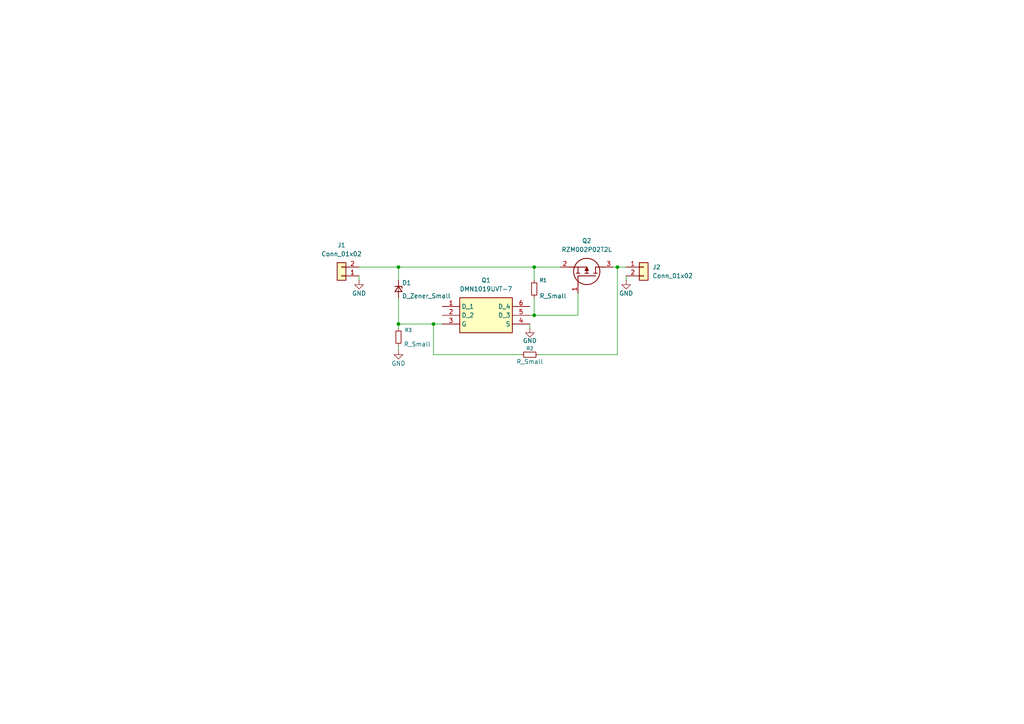
<source format=kicad_sch>
(kicad_sch
	(version 20250114)
	(generator "eeschema")
	(generator_version "9.0")
	(uuid "b25d32c0-04b7-47ea-ae0c-e3e623fe38f4")
	(paper "A4")
	(title_block
		(title "Custom Hysteresis Board")
		(date "2025-08-20")
		(rev "1.0")
	)
	(lib_symbols
		(symbol "Connector_Generic:Conn_01x02"
			(pin_names
				(offset 1.016)
				(hide yes)
			)
			(exclude_from_sim no)
			(in_bom yes)
			(on_board yes)
			(property "Reference" "J"
				(at 0 2.54 0)
				(effects
					(font
						(size 1.27 1.27)
					)
				)
			)
			(property "Value" "Conn_01x02"
				(at 0 -5.08 0)
				(effects
					(font
						(size 1.27 1.27)
					)
				)
			)
			(property "Footprint" ""
				(at 0 0 0)
				(effects
					(font
						(size 1.27 1.27)
					)
					(hide yes)
				)
			)
			(property "Datasheet" "~"
				(at 0 0 0)
				(effects
					(font
						(size 1.27 1.27)
					)
					(hide yes)
				)
			)
			(property "Description" "Generic connector, single row, 01x02, script generated (kicad-library-utils/schlib/autogen/connector/)"
				(at 0 0 0)
				(effects
					(font
						(size 1.27 1.27)
					)
					(hide yes)
				)
			)
			(property "ki_keywords" "connector"
				(at 0 0 0)
				(effects
					(font
						(size 1.27 1.27)
					)
					(hide yes)
				)
			)
			(property "ki_fp_filters" "Connector*:*_1x??_*"
				(at 0 0 0)
				(effects
					(font
						(size 1.27 1.27)
					)
					(hide yes)
				)
			)
			(symbol "Conn_01x02_1_1"
				(rectangle
					(start -1.27 1.27)
					(end 1.27 -3.81)
					(stroke
						(width 0.254)
						(type default)
					)
					(fill
						(type background)
					)
				)
				(rectangle
					(start -1.27 0.127)
					(end 0 -0.127)
					(stroke
						(width 0.1524)
						(type default)
					)
					(fill
						(type none)
					)
				)
				(rectangle
					(start -1.27 -2.413)
					(end 0 -2.667)
					(stroke
						(width 0.1524)
						(type default)
					)
					(fill
						(type none)
					)
				)
				(pin passive line
					(at -5.08 0 0)
					(length 3.81)
					(name "Pin_1"
						(effects
							(font
								(size 1.27 1.27)
							)
						)
					)
					(number "1"
						(effects
							(font
								(size 1.27 1.27)
							)
						)
					)
				)
				(pin passive line
					(at -5.08 -2.54 0)
					(length 3.81)
					(name "Pin_2"
						(effects
							(font
								(size 1.27 1.27)
							)
						)
					)
					(number "2"
						(effects
							(font
								(size 1.27 1.27)
							)
						)
					)
				)
			)
			(embedded_fonts no)
		)
		(symbol "Device:D_Zener_Small"
			(pin_numbers
				(hide yes)
			)
			(pin_names
				(offset 0.254)
				(hide yes)
			)
			(exclude_from_sim no)
			(in_bom yes)
			(on_board yes)
			(property "Reference" "D"
				(at 0 2.286 0)
				(effects
					(font
						(size 1.27 1.27)
					)
				)
			)
			(property "Value" "D_Zener_Small"
				(at 0 -2.286 0)
				(effects
					(font
						(size 1.27 1.27)
					)
				)
			)
			(property "Footprint" ""
				(at 0 0 90)
				(effects
					(font
						(size 1.27 1.27)
					)
					(hide yes)
				)
			)
			(property "Datasheet" "~"
				(at 0 0 90)
				(effects
					(font
						(size 1.27 1.27)
					)
					(hide yes)
				)
			)
			(property "Description" "Zener diode, small symbol"
				(at 0 0 0)
				(effects
					(font
						(size 1.27 1.27)
					)
					(hide yes)
				)
			)
			(property "ki_keywords" "diode"
				(at 0 0 0)
				(effects
					(font
						(size 1.27 1.27)
					)
					(hide yes)
				)
			)
			(property "ki_fp_filters" "TO-???* *_Diode_* *SingleDiode* D_*"
				(at 0 0 0)
				(effects
					(font
						(size 1.27 1.27)
					)
					(hide yes)
				)
			)
			(symbol "D_Zener_Small_0_1"
				(polyline
					(pts
						(xy -0.254 1.016) (xy -0.762 1.016) (xy -0.762 -1.016)
					)
					(stroke
						(width 0.254)
						(type default)
					)
					(fill
						(type none)
					)
				)
				(polyline
					(pts
						(xy 0.762 1.016) (xy -0.762 0) (xy 0.762 -1.016) (xy 0.762 1.016)
					)
					(stroke
						(width 0.254)
						(type default)
					)
					(fill
						(type none)
					)
				)
				(polyline
					(pts
						(xy 0.762 0) (xy -0.762 0)
					)
					(stroke
						(width 0)
						(type default)
					)
					(fill
						(type none)
					)
				)
			)
			(symbol "D_Zener_Small_1_1"
				(pin passive line
					(at -2.54 0 0)
					(length 1.778)
					(name "K"
						(effects
							(font
								(size 1.27 1.27)
							)
						)
					)
					(number "1"
						(effects
							(font
								(size 1.27 1.27)
							)
						)
					)
				)
				(pin passive line
					(at 2.54 0 180)
					(length 1.778)
					(name "A"
						(effects
							(font
								(size 1.27 1.27)
							)
						)
					)
					(number "2"
						(effects
							(font
								(size 1.27 1.27)
							)
						)
					)
				)
			)
			(embedded_fonts no)
		)
		(symbol "Device:R_Small"
			(pin_numbers
				(hide yes)
			)
			(pin_names
				(offset 0.254)
				(hide yes)
			)
			(exclude_from_sim no)
			(in_bom yes)
			(on_board yes)
			(property "Reference" "R"
				(at 0 0 90)
				(effects
					(font
						(size 1.016 1.016)
					)
				)
			)
			(property "Value" "R_Small"
				(at 1.778 0 90)
				(effects
					(font
						(size 1.27 1.27)
					)
				)
			)
			(property "Footprint" ""
				(at 0 0 0)
				(effects
					(font
						(size 1.27 1.27)
					)
					(hide yes)
				)
			)
			(property "Datasheet" "~"
				(at 0 0 0)
				(effects
					(font
						(size 1.27 1.27)
					)
					(hide yes)
				)
			)
			(property "Description" "Resistor, small symbol"
				(at 0 0 0)
				(effects
					(font
						(size 1.27 1.27)
					)
					(hide yes)
				)
			)
			(property "ki_keywords" "R resistor"
				(at 0 0 0)
				(effects
					(font
						(size 1.27 1.27)
					)
					(hide yes)
				)
			)
			(property "ki_fp_filters" "R_*"
				(at 0 0 0)
				(effects
					(font
						(size 1.27 1.27)
					)
					(hide yes)
				)
			)
			(symbol "R_Small_0_1"
				(rectangle
					(start -0.762 1.778)
					(end 0.762 -1.778)
					(stroke
						(width 0.2032)
						(type default)
					)
					(fill
						(type none)
					)
				)
			)
			(symbol "R_Small_1_1"
				(pin passive line
					(at 0 2.54 270)
					(length 0.762)
					(name "~"
						(effects
							(font
								(size 1.27 1.27)
							)
						)
					)
					(number "1"
						(effects
							(font
								(size 1.27 1.27)
							)
						)
					)
				)
				(pin passive line
					(at 0 -2.54 90)
					(length 0.762)
					(name "~"
						(effects
							(font
								(size 1.27 1.27)
							)
						)
					)
					(number "2"
						(effects
							(font
								(size 1.27 1.27)
							)
						)
					)
				)
			)
			(embedded_fonts no)
		)
		(symbol "SamacSys_Parts:DMN1019UVT-7"
			(exclude_from_sim no)
			(in_bom yes)
			(on_board yes)
			(property "Reference" "Q"
				(at 21.59 7.62 0)
				(effects
					(font
						(size 1.27 1.27)
					)
					(justify left top)
				)
			)
			(property "Value" "DMN1019UVT-7"
				(at 21.59 5.08 0)
				(effects
					(font
						(size 1.27 1.27)
					)
					(justify left top)
				)
			)
			(property "Footprint" "SOT95P280X100-6N"
				(at 21.59 -94.92 0)
				(effects
					(font
						(size 1.27 1.27)
					)
					(justify left top)
					(hide yes)
				)
			)
			(property "Datasheet" "https://www.diodes.com//assets/Datasheets/DMN1019UVT.pdf"
				(at 21.59 -194.92 0)
				(effects
					(font
						(size 1.27 1.27)
					)
					(justify left top)
					(hide yes)
				)
			)
			(property "Description" "MOSFET 12V Enh Mode FET"
				(at 0 0 0)
				(effects
					(font
						(size 1.27 1.27)
					)
					(hide yes)
				)
			)
			(property "Height" "1"
				(at 21.59 -394.92 0)
				(effects
					(font
						(size 1.27 1.27)
					)
					(justify left top)
					(hide yes)
				)
			)
			(property "Mouser Part Number" "621-DMN1019UVT-7"
				(at 21.59 -494.92 0)
				(effects
					(font
						(size 1.27 1.27)
					)
					(justify left top)
					(hide yes)
				)
			)
			(property "Mouser Price/Stock" "https://www.mouser.co.uk/ProductDetail/Diodes-Incorporated/DMN1019UVT-7?qs=OVC8WVYZliSQ1YnuKED3dQ%3D%3D"
				(at 21.59 -594.92 0)
				(effects
					(font
						(size 1.27 1.27)
					)
					(justify left top)
					(hide yes)
				)
			)
			(property "Manufacturer_Name" "Diodes Incorporated"
				(at 21.59 -694.92 0)
				(effects
					(font
						(size 1.27 1.27)
					)
					(justify left top)
					(hide yes)
				)
			)
			(property "Manufacturer_Part_Number" "DMN1019UVT-7"
				(at 21.59 -794.92 0)
				(effects
					(font
						(size 1.27 1.27)
					)
					(justify left top)
					(hide yes)
				)
			)
			(symbol "DMN1019UVT-7_1_1"
				(rectangle
					(start 5.08 2.54)
					(end 20.32 -7.62)
					(stroke
						(width 0.254)
						(type default)
					)
					(fill
						(type background)
					)
				)
				(pin passive line
					(at 0 0 0)
					(length 5.08)
					(name "D_1"
						(effects
							(font
								(size 1.27 1.27)
							)
						)
					)
					(number "1"
						(effects
							(font
								(size 1.27 1.27)
							)
						)
					)
				)
				(pin passive line
					(at 0 -2.54 0)
					(length 5.08)
					(name "D_2"
						(effects
							(font
								(size 1.27 1.27)
							)
						)
					)
					(number "2"
						(effects
							(font
								(size 1.27 1.27)
							)
						)
					)
				)
				(pin passive line
					(at 0 -5.08 0)
					(length 5.08)
					(name "G"
						(effects
							(font
								(size 1.27 1.27)
							)
						)
					)
					(number "3"
						(effects
							(font
								(size 1.27 1.27)
							)
						)
					)
				)
				(pin passive line
					(at 25.4 0 180)
					(length 5.08)
					(name "D_4"
						(effects
							(font
								(size 1.27 1.27)
							)
						)
					)
					(number "6"
						(effects
							(font
								(size 1.27 1.27)
							)
						)
					)
				)
				(pin passive line
					(at 25.4 -2.54 180)
					(length 5.08)
					(name "D_3"
						(effects
							(font
								(size 1.27 1.27)
							)
						)
					)
					(number "5"
						(effects
							(font
								(size 1.27 1.27)
							)
						)
					)
				)
				(pin passive line
					(at 25.4 -5.08 180)
					(length 5.08)
					(name "S"
						(effects
							(font
								(size 1.27 1.27)
							)
						)
					)
					(number "4"
						(effects
							(font
								(size 1.27 1.27)
							)
						)
					)
				)
			)
			(embedded_fonts no)
		)
		(symbol "SamacSys_Parts:RZM002P02T2L"
			(pin_names
				(hide yes)
			)
			(exclude_from_sim no)
			(in_bom yes)
			(on_board yes)
			(property "Reference" "Q"
				(at 11.43 3.81 0)
				(effects
					(font
						(size 1.27 1.27)
					)
					(justify left top)
				)
			)
			(property "Value" "RZM002P02T2L"
				(at 11.43 1.27 0)
				(effects
					(font
						(size 1.27 1.27)
					)
					(justify left top)
				)
			)
			(property "Footprint" "SOTFL40P120X55-3N"
				(at 11.43 -98.73 0)
				(effects
					(font
						(size 1.27 1.27)
					)
					(justify left top)
					(hide yes)
				)
			)
			(property "Datasheet" "https://fscdn.rohm.com/en/products/databook/datasheet/discrete/transistor/mosfet/rzm002p02t2l-e.pdf"
				(at 11.43 -198.73 0)
				(effects
					(font
						(size 1.27 1.27)
					)
					(justify left top)
					(hide yes)
				)
			)
			(property "Description" "1.2V Drive Pch MOSFET"
				(at 0 0 0)
				(effects
					(font
						(size 1.27 1.27)
					)
					(hide yes)
				)
			)
			(property "Height" "0.55"
				(at 11.43 -398.73 0)
				(effects
					(font
						(size 1.27 1.27)
					)
					(justify left top)
					(hide yes)
				)
			)
			(property "Mouser Part Number" "755-RZM002P02T2L"
				(at 11.43 -498.73 0)
				(effects
					(font
						(size 1.27 1.27)
					)
					(justify left top)
					(hide yes)
				)
			)
			(property "Mouser Price/Stock" "https://www.mouser.co.uk/ProductDetail/ROHM-Semiconductor/RZM002P02T2L?qs=LU7oW20kJpPxvcgIvskEIw%3D%3D"
				(at 11.43 -598.73 0)
				(effects
					(font
						(size 1.27 1.27)
					)
					(justify left top)
					(hide yes)
				)
			)
			(property "Manufacturer_Name" "ROHM Semiconductor"
				(at 11.43 -698.73 0)
				(effects
					(font
						(size 1.27 1.27)
					)
					(justify left top)
					(hide yes)
				)
			)
			(property "Manufacturer_Part_Number" "RZM002P02T2L"
				(at 11.43 -798.73 0)
				(effects
					(font
						(size 1.27 1.27)
					)
					(justify left top)
					(hide yes)
				)
			)
			(symbol "RZM002P02T2L_1_1"
				(polyline
					(pts
						(xy 2.54 0) (xy 5.08 0)
					)
					(stroke
						(width 0.254)
						(type default)
					)
					(fill
						(type none)
					)
				)
				(polyline
					(pts
						(xy 5.08 5.08) (xy 5.08 0)
					)
					(stroke
						(width 0.254)
						(type default)
					)
					(fill
						(type none)
					)
				)
				(polyline
					(pts
						(xy 5.842 5.588) (xy 5.842 4.572)
					)
					(stroke
						(width 0.254)
						(type default)
					)
					(fill
						(type none)
					)
				)
				(polyline
					(pts
						(xy 5.842 2.032) (xy 5.842 3.048)
					)
					(stroke
						(width 0.254)
						(type default)
					)
					(fill
						(type none)
					)
				)
				(polyline
					(pts
						(xy 5.842 0) (xy 7.62 0)
					)
					(stroke
						(width 0.254)
						(type default)
					)
					(fill
						(type none)
					)
				)
				(polyline
					(pts
						(xy 5.842 -0.508) (xy 5.842 0.508)
					)
					(stroke
						(width 0.254)
						(type default)
					)
					(fill
						(type none)
					)
				)
				(circle
					(center 6.35 2.54)
					(radius 3.81)
					(stroke
						(width 0.254)
						(type default)
					)
					(fill
						(type none)
					)
				)
				(polyline
					(pts
						(xy 7.62 5.08) (xy 5.842 5.08)
					)
					(stroke
						(width 0.254)
						(type default)
					)
					(fill
						(type none)
					)
				)
				(polyline
					(pts
						(xy 7.62 5.08) (xy 7.62 7.62)
					)
					(stroke
						(width 0.254)
						(type default)
					)
					(fill
						(type none)
					)
				)
				(polyline
					(pts
						(xy 7.62 2.54) (xy 5.842 2.54)
					)
					(stroke
						(width 0.254)
						(type default)
					)
					(fill
						(type none)
					)
				)
				(polyline
					(pts
						(xy 7.62 2.54) (xy 7.62 -2.54)
					)
					(stroke
						(width 0.254)
						(type default)
					)
					(fill
						(type none)
					)
				)
				(polyline
					(pts
						(xy 7.62 2.54) (xy 6.604 3.048) (xy 6.604 2.032) (xy 7.62 2.54)
					)
					(stroke
						(width 0.254)
						(type default)
					)
					(fill
						(type outline)
					)
				)
				(pin passive line
					(at 0 0 0)
					(length 2.54)
					(name "G"
						(effects
							(font
								(size 1.27 1.27)
							)
						)
					)
					(number "1"
						(effects
							(font
								(size 1.27 1.27)
							)
						)
					)
				)
				(pin passive line
					(at 7.62 10.16 270)
					(length 2.54)
					(name "D"
						(effects
							(font
								(size 1.27 1.27)
							)
						)
					)
					(number "3"
						(effects
							(font
								(size 1.27 1.27)
							)
						)
					)
				)
				(pin passive line
					(at 7.62 -5.08 90)
					(length 2.54)
					(name "S"
						(effects
							(font
								(size 1.27 1.27)
							)
						)
					)
					(number "2"
						(effects
							(font
								(size 1.27 1.27)
							)
						)
					)
				)
			)
			(embedded_fonts no)
		)
		(symbol "power:GND"
			(power)
			(pin_numbers
				(hide yes)
			)
			(pin_names
				(offset 0)
				(hide yes)
			)
			(exclude_from_sim no)
			(in_bom yes)
			(on_board yes)
			(property "Reference" "#PWR"
				(at 0 -6.35 0)
				(effects
					(font
						(size 1.27 1.27)
					)
					(hide yes)
				)
			)
			(property "Value" "GND"
				(at 0 -3.81 0)
				(effects
					(font
						(size 1.27 1.27)
					)
				)
			)
			(property "Footprint" ""
				(at 0 0 0)
				(effects
					(font
						(size 1.27 1.27)
					)
					(hide yes)
				)
			)
			(property "Datasheet" ""
				(at 0 0 0)
				(effects
					(font
						(size 1.27 1.27)
					)
					(hide yes)
				)
			)
			(property "Description" "Power symbol creates a global label with name \"GND\" , ground"
				(at 0 0 0)
				(effects
					(font
						(size 1.27 1.27)
					)
					(hide yes)
				)
			)
			(property "ki_keywords" "global power"
				(at 0 0 0)
				(effects
					(font
						(size 1.27 1.27)
					)
					(hide yes)
				)
			)
			(symbol "GND_0_1"
				(polyline
					(pts
						(xy 0 0) (xy 0 -1.27) (xy 1.27 -1.27) (xy 0 -2.54) (xy -1.27 -1.27) (xy 0 -1.27)
					)
					(stroke
						(width 0)
						(type default)
					)
					(fill
						(type none)
					)
				)
			)
			(symbol "GND_1_1"
				(pin power_in line
					(at 0 0 270)
					(length 0)
					(name "~"
						(effects
							(font
								(size 1.27 1.27)
							)
						)
					)
					(number "1"
						(effects
							(font
								(size 1.27 1.27)
							)
						)
					)
				)
			)
			(embedded_fonts no)
		)
	)
	(junction
		(at 154.94 77.47)
		(diameter 0)
		(color 0 0 0 0)
		(uuid "14c5d448-b91b-44c8-bf2e-de08fb281f37")
	)
	(junction
		(at 125.73 93.98)
		(diameter 0)
		(color 0 0 0 0)
		(uuid "35b5e6a3-2252-450a-a205-d577882719c3")
	)
	(junction
		(at 115.57 77.47)
		(diameter 0)
		(color 0 0 0 0)
		(uuid "3f0b34db-fb87-4818-b5b0-937546ad0ae7")
	)
	(junction
		(at 154.94 91.44)
		(diameter 0)
		(color 0 0 0 0)
		(uuid "4de6674b-dfee-475d-a94a-536bcd2ac757")
	)
	(junction
		(at 115.57 93.98)
		(diameter 0)
		(color 0 0 0 0)
		(uuid "50de1e58-71c3-40f2-8cab-b2c535c9bbb1")
	)
	(junction
		(at 179.07 77.47)
		(diameter 0)
		(color 0 0 0 0)
		(uuid "fb4f3739-d10d-4cde-bda6-13ef02d2c18e")
	)
	(wire
		(pts
			(xy 181.61 80.01) (xy 181.61 81.28)
		)
		(stroke
			(width 0)
			(type default)
		)
		(uuid "05f859f7-b54e-4795-93a0-2078bb1b79ff")
	)
	(wire
		(pts
			(xy 115.57 100.33) (xy 115.57 101.6)
		)
		(stroke
			(width 0)
			(type default)
		)
		(uuid "0c3c97d8-108f-4e63-8e90-e5bcfeb762a7")
	)
	(wire
		(pts
			(xy 115.57 77.47) (xy 154.94 77.47)
		)
		(stroke
			(width 0)
			(type default)
		)
		(uuid "17349cbc-6b52-443e-8e1d-74b1b8ca4c1e")
	)
	(wire
		(pts
			(xy 125.73 93.98) (xy 125.73 102.87)
		)
		(stroke
			(width 0)
			(type default)
		)
		(uuid "1e82597c-6209-4cda-9fb1-cf942cba263d")
	)
	(wire
		(pts
			(xy 153.67 93.98) (xy 153.67 95.25)
		)
		(stroke
			(width 0)
			(type default)
		)
		(uuid "1ecec0eb-f7e2-440d-9367-a5afe7d025ac")
	)
	(wire
		(pts
			(xy 115.57 93.98) (xy 125.73 93.98)
		)
		(stroke
			(width 0)
			(type default)
		)
		(uuid "2402e06f-bf26-4864-a949-38b4c4a4121e")
	)
	(wire
		(pts
			(xy 154.94 86.36) (xy 154.94 91.44)
		)
		(stroke
			(width 0)
			(type default)
		)
		(uuid "2a31eae7-fc34-42c0-8281-85a208ddc4e2")
	)
	(wire
		(pts
			(xy 115.57 93.98) (xy 115.57 95.25)
		)
		(stroke
			(width 0)
			(type default)
		)
		(uuid "32fa08cd-26ab-4eef-b64d-4481c8e51b0e")
	)
	(wire
		(pts
			(xy 179.07 77.47) (xy 177.8 77.47)
		)
		(stroke
			(width 0)
			(type default)
		)
		(uuid "3c543e46-cd10-4b6b-995d-714d703e9c98")
	)
	(wire
		(pts
			(xy 154.94 91.44) (xy 153.67 91.44)
		)
		(stroke
			(width 0)
			(type default)
		)
		(uuid "4aab8456-f285-40b0-aa84-13236b2f8351")
	)
	(wire
		(pts
			(xy 115.57 77.47) (xy 115.57 81.28)
		)
		(stroke
			(width 0)
			(type default)
		)
		(uuid "4e12304d-9854-4908-bd1e-b55e837df25d")
	)
	(wire
		(pts
			(xy 179.07 77.47) (xy 181.61 77.47)
		)
		(stroke
			(width 0)
			(type default)
		)
		(uuid "5421cbc1-6cd2-4380-9e4b-ffbd7ed86499")
	)
	(wire
		(pts
			(xy 125.73 93.98) (xy 128.27 93.98)
		)
		(stroke
			(width 0)
			(type default)
		)
		(uuid "5423c285-b71d-42e1-bfca-df3911c478bb")
	)
	(wire
		(pts
			(xy 115.57 86.36) (xy 115.57 93.98)
		)
		(stroke
			(width 0)
			(type default)
		)
		(uuid "64746b4e-310a-47b1-9b9c-5507e1269e16")
	)
	(wire
		(pts
			(xy 104.14 80.01) (xy 104.14 81.28)
		)
		(stroke
			(width 0)
			(type default)
		)
		(uuid "6f43c472-1cca-4d73-b54c-c5a7002246fd")
	)
	(wire
		(pts
			(xy 154.94 77.47) (xy 154.94 81.28)
		)
		(stroke
			(width 0)
			(type default)
		)
		(uuid "7d8219e8-3faf-4fc8-b4db-a1a73bd4605d")
	)
	(wire
		(pts
			(xy 154.94 77.47) (xy 162.56 77.47)
		)
		(stroke
			(width 0)
			(type default)
		)
		(uuid "85370e4e-3324-4382-b926-56c0b662c757")
	)
	(wire
		(pts
			(xy 179.07 102.87) (xy 179.07 77.47)
		)
		(stroke
			(width 0)
			(type default)
		)
		(uuid "99f0f2ee-783f-4438-9232-9d4f3f16a554")
	)
	(wire
		(pts
			(xy 104.14 77.47) (xy 115.57 77.47)
		)
		(stroke
			(width 0)
			(type default)
		)
		(uuid "9d7b00e2-375b-4b95-a87e-b521bd0e1001")
	)
	(wire
		(pts
			(xy 167.64 85.09) (xy 167.64 91.44)
		)
		(stroke
			(width 0)
			(type default)
		)
		(uuid "a704c167-ef6a-496c-9feb-4363692f9d25")
	)
	(wire
		(pts
			(xy 156.21 102.87) (xy 179.07 102.87)
		)
		(stroke
			(width 0)
			(type default)
		)
		(uuid "ba630cd2-911b-4e6b-b1b2-597a2e6cc57f")
	)
	(wire
		(pts
			(xy 167.64 91.44) (xy 154.94 91.44)
		)
		(stroke
			(width 0)
			(type default)
		)
		(uuid "d2addb76-d2b0-4e0b-b5cc-a9999f513962")
	)
	(wire
		(pts
			(xy 125.73 102.87) (xy 151.13 102.87)
		)
		(stroke
			(width 0)
			(type default)
		)
		(uuid "d3846896-86a0-4c14-971d-19bb0dffd36a")
	)
	(symbol
		(lib_id "power:GND")
		(at 104.14 81.28 0)
		(unit 1)
		(exclude_from_sim no)
		(in_bom yes)
		(on_board yes)
		(dnp no)
		(uuid "37cd46a0-14be-4da7-a306-e0de0b50632f")
		(property "Reference" "#PWR03"
			(at 104.14 87.63 0)
			(effects
				(font
					(size 1.27 1.27)
				)
				(hide yes)
			)
		)
		(property "Value" "GND"
			(at 104.14 85.09 0)
			(effects
				(font
					(size 1.27 1.27)
				)
			)
		)
		(property "Footprint" ""
			(at 104.14 81.28 0)
			(effects
				(font
					(size 1.27 1.27)
				)
				(hide yes)
			)
		)
		(property "Datasheet" ""
			(at 104.14 81.28 0)
			(effects
				(font
					(size 1.27 1.27)
				)
				(hide yes)
			)
		)
		(property "Description" "Power symbol creates a global label with name \"GND\" , ground"
			(at 104.14 81.28 0)
			(effects
				(font
					(size 1.27 1.27)
				)
				(hide yes)
			)
		)
		(pin "1"
			(uuid "18d07d30-70de-4058-ab47-a1ffbba469c9")
		)
		(instances
			(project "HysteresisBoard"
				(path "/b25d32c0-04b7-47ea-ae0c-e3e623fe38f4"
					(reference "#PWR03")
					(unit 1)
				)
			)
		)
	)
	(symbol
		(lib_id "Connector_Generic:Conn_01x02")
		(at 186.69 77.47 0)
		(unit 1)
		(exclude_from_sim no)
		(in_bom yes)
		(on_board yes)
		(dnp no)
		(fields_autoplaced yes)
		(uuid "4319fba8-0cc0-46f0-aad8-e879089267ae")
		(property "Reference" "J2"
			(at 189.23 77.4699 0)
			(effects
				(font
					(size 1.27 1.27)
				)
				(justify left)
			)
		)
		(property "Value" "Conn_01x02"
			(at 189.23 80.0099 0)
			(effects
				(font
					(size 1.27 1.27)
				)
				(justify left)
			)
		)
		(property "Footprint" "Connector_PinHeader_2.54mm:PinHeader_1x02_P2.54mm_Vertical"
			(at 186.69 77.47 0)
			(effects
				(font
					(size 1.27 1.27)
				)
				(hide yes)
			)
		)
		(property "Datasheet" "~"
			(at 186.69 77.47 0)
			(effects
				(font
					(size 1.27 1.27)
				)
				(hide yes)
			)
		)
		(property "Description" "Generic connector, single row, 01x02, script generated (kicad-library-utils/schlib/autogen/connector/)"
			(at 186.69 77.47 0)
			(effects
				(font
					(size 1.27 1.27)
				)
				(hide yes)
			)
		)
		(pin "1"
			(uuid "320456df-2e30-4822-86b2-dae939f4fcbc")
		)
		(pin "2"
			(uuid "2e0e0220-0a1f-4ad5-b923-d9b77ef82b6b")
		)
		(instances
			(project ""
				(path "/b25d32c0-04b7-47ea-ae0c-e3e623fe38f4"
					(reference "J2")
					(unit 1)
				)
			)
		)
	)
	(symbol
		(lib_id "power:GND")
		(at 115.57 101.6 0)
		(unit 1)
		(exclude_from_sim no)
		(in_bom yes)
		(on_board yes)
		(dnp no)
		(uuid "53f97dfc-7a7d-479a-a70f-9e0449cd58a5")
		(property "Reference" "#PWR02"
			(at 115.57 107.95 0)
			(effects
				(font
					(size 1.27 1.27)
				)
				(hide yes)
			)
		)
		(property "Value" "GND"
			(at 115.57 105.41 0)
			(effects
				(font
					(size 1.27 1.27)
				)
			)
		)
		(property "Footprint" ""
			(at 115.57 101.6 0)
			(effects
				(font
					(size 1.27 1.27)
				)
				(hide yes)
			)
		)
		(property "Datasheet" ""
			(at 115.57 101.6 0)
			(effects
				(font
					(size 1.27 1.27)
				)
				(hide yes)
			)
		)
		(property "Description" "Power symbol creates a global label with name \"GND\" , ground"
			(at 115.57 101.6 0)
			(effects
				(font
					(size 1.27 1.27)
				)
				(hide yes)
			)
		)
		(pin "1"
			(uuid "93f93350-552f-4780-bfea-e6eb556ddfe7")
		)
		(instances
			(project "HysteresisBoard"
				(path "/b25d32c0-04b7-47ea-ae0c-e3e623fe38f4"
					(reference "#PWR02")
					(unit 1)
				)
			)
		)
	)
	(symbol
		(lib_id "SamacSys_Parts:DMN1019UVT-7")
		(at 128.27 88.9 0)
		(unit 1)
		(exclude_from_sim no)
		(in_bom yes)
		(on_board yes)
		(dnp no)
		(fields_autoplaced yes)
		(uuid "61ef6ab7-4d1f-4352-b57c-98141c2ef8ca")
		(property "Reference" "Q1"
			(at 140.97 81.28 0)
			(effects
				(font
					(size 1.27 1.27)
				)
			)
		)
		(property "Value" "DMN1019UVT-7"
			(at 140.97 83.82 0)
			(effects
				(font
					(size 1.27 1.27)
				)
			)
		)
		(property "Footprint" "SOT95P280X100-6N"
			(at 149.86 183.82 0)
			(effects
				(font
					(size 1.27 1.27)
				)
				(justify left top)
				(hide yes)
			)
		)
		(property "Datasheet" "https://www.diodes.com//assets/Datasheets/DMN1019UVT.pdf"
			(at 149.86 283.82 0)
			(effects
				(font
					(size 1.27 1.27)
				)
				(justify left top)
				(hide yes)
			)
		)
		(property "Description" "MOSFET 12V Enh Mode FET"
			(at 128.27 88.9 0)
			(effects
				(font
					(size 1.27 1.27)
				)
				(hide yes)
			)
		)
		(property "Height" "1"
			(at 149.86 483.82 0)
			(effects
				(font
					(size 1.27 1.27)
				)
				(justify left top)
				(hide yes)
			)
		)
		(property "Mouser Part Number" "621-DMN1019UVT-7"
			(at 149.86 583.82 0)
			(effects
				(font
					(size 1.27 1.27)
				)
				(justify left top)
				(hide yes)
			)
		)
		(property "Mouser Price/Stock" "https://www.mouser.co.uk/ProductDetail/Diodes-Incorporated/DMN1019UVT-7?qs=OVC8WVYZliSQ1YnuKED3dQ%3D%3D"
			(at 149.86 683.82 0)
			(effects
				(font
					(size 1.27 1.27)
				)
				(justify left top)
				(hide yes)
			)
		)
		(property "Manufacturer_Name" "Diodes Incorporated"
			(at 149.86 783.82 0)
			(effects
				(font
					(size 1.27 1.27)
				)
				(justify left top)
				(hide yes)
			)
		)
		(property "Manufacturer_Part_Number" "DMN1019UVT-7"
			(at 149.86 883.82 0)
			(effects
				(font
					(size 1.27 1.27)
				)
				(justify left top)
				(hide yes)
			)
		)
		(pin "3"
			(uuid "70271253-745a-4730-977e-eea5a2daf34e")
		)
		(pin "6"
			(uuid "0bbec92b-f757-439a-94ba-104b4a46072b")
		)
		(pin "1"
			(uuid "d71ebaf6-74f3-4194-a667-8a1d7ed9bdaa")
		)
		(pin "5"
			(uuid "d872b024-89db-411a-8204-4235a79b10af")
		)
		(pin "4"
			(uuid "25b66052-1a64-4e04-a453-eb1b5407b061")
		)
		(pin "2"
			(uuid "b174866d-d652-4afb-a352-f6b08134af18")
		)
		(instances
			(project ""
				(path "/b25d32c0-04b7-47ea-ae0c-e3e623fe38f4"
					(reference "Q1")
					(unit 1)
				)
			)
		)
	)
	(symbol
		(lib_id "power:GND")
		(at 153.67 95.25 0)
		(unit 1)
		(exclude_from_sim no)
		(in_bom yes)
		(on_board yes)
		(dnp no)
		(uuid "75b61d64-dd31-4ef7-9c32-6e0a30ceeec3")
		(property "Reference" "#PWR01"
			(at 153.67 101.6 0)
			(effects
				(font
					(size 1.27 1.27)
				)
				(hide yes)
			)
		)
		(property "Value" "GND"
			(at 153.67 98.806 0)
			(effects
				(font
					(size 1.27 1.27)
				)
			)
		)
		(property "Footprint" ""
			(at 153.67 95.25 0)
			(effects
				(font
					(size 1.27 1.27)
				)
				(hide yes)
			)
		)
		(property "Datasheet" ""
			(at 153.67 95.25 0)
			(effects
				(font
					(size 1.27 1.27)
				)
				(hide yes)
			)
		)
		(property "Description" "Power symbol creates a global label with name \"GND\" , ground"
			(at 153.67 95.25 0)
			(effects
				(font
					(size 1.27 1.27)
				)
				(hide yes)
			)
		)
		(pin "1"
			(uuid "1b03e5a6-4b68-4b87-b9d1-8640d5c92f57")
		)
		(instances
			(project ""
				(path "/b25d32c0-04b7-47ea-ae0c-e3e623fe38f4"
					(reference "#PWR01")
					(unit 1)
				)
			)
		)
	)
	(symbol
		(lib_id "Connector_Generic:Conn_01x02")
		(at 99.06 80.01 180)
		(unit 1)
		(exclude_from_sim no)
		(in_bom yes)
		(on_board yes)
		(dnp no)
		(fields_autoplaced yes)
		(uuid "9bbc334f-1ae0-4e9b-b1f9-24b6577b140e")
		(property "Reference" "J1"
			(at 99.06 71.12 0)
			(effects
				(font
					(size 1.27 1.27)
				)
			)
		)
		(property "Value" "Conn_01x02"
			(at 99.06 73.66 0)
			(effects
				(font
					(size 1.27 1.27)
				)
			)
		)
		(property "Footprint" "Connector_PinHeader_2.54mm:PinHeader_1x02_P2.54mm_Vertical"
			(at 99.06 80.01 0)
			(effects
				(font
					(size 1.27 1.27)
				)
				(hide yes)
			)
		)
		(property "Datasheet" "~"
			(at 99.06 80.01 0)
			(effects
				(font
					(size 1.27 1.27)
				)
				(hide yes)
			)
		)
		(property "Description" "Generic connector, single row, 01x02, script generated (kicad-library-utils/schlib/autogen/connector/)"
			(at 99.06 80.01 0)
			(effects
				(font
					(size 1.27 1.27)
				)
				(hide yes)
			)
		)
		(pin "2"
			(uuid "f6b902b2-27db-4994-85cc-23a7ddc54132")
		)
		(pin "1"
			(uuid "c1aa6f95-c9c6-43c2-9fcf-a68d4b418bb8")
		)
		(instances
			(project ""
				(path "/b25d32c0-04b7-47ea-ae0c-e3e623fe38f4"
					(reference "J1")
					(unit 1)
				)
			)
		)
	)
	(symbol
		(lib_id "Device:R_Small")
		(at 154.94 83.82 0)
		(unit 1)
		(exclude_from_sim no)
		(in_bom yes)
		(on_board yes)
		(dnp no)
		(uuid "b2dfa140-4e2f-435d-8146-52e5fc11129d")
		(property "Reference" "R1"
			(at 156.464 81.28 0)
			(effects
				(font
					(size 1.016 1.016)
				)
				(justify left)
			)
		)
		(property "Value" "R_Small"
			(at 156.464 85.852 0)
			(effects
				(font
					(size 1.27 1.27)
				)
				(justify left)
			)
		)
		(property "Footprint" "Resistor_SMD:R_0402_1005Metric_Pad0.72x0.64mm_HandSolder"
			(at 154.94 83.82 0)
			(effects
				(font
					(size 1.27 1.27)
				)
				(hide yes)
			)
		)
		(property "Datasheet" "~"
			(at 154.94 83.82 0)
			(effects
				(font
					(size 1.27 1.27)
				)
				(hide yes)
			)
		)
		(property "Description" "Resistor, small symbol"
			(at 154.94 83.82 0)
			(effects
				(font
					(size 1.27 1.27)
				)
				(hide yes)
			)
		)
		(pin "1"
			(uuid "d8b9e95a-7fd5-4ce0-aad5-fcc0aa7d1a83")
		)
		(pin "2"
			(uuid "7aa0f0e5-d7b4-4e39-9d81-d6dd17e803b0")
		)
		(instances
			(project "HysteresisBoard"
				(path "/b25d32c0-04b7-47ea-ae0c-e3e623fe38f4"
					(reference "R1")
					(unit 1)
				)
			)
		)
	)
	(symbol
		(lib_id "Device:R_Small")
		(at 115.57 97.79 0)
		(unit 1)
		(exclude_from_sim no)
		(in_bom yes)
		(on_board yes)
		(dnp no)
		(uuid "b9729cdd-cdf1-4bcf-a0b7-f198e1d62e65")
		(property "Reference" "R3"
			(at 117.348 95.758 0)
			(effects
				(font
					(size 1.016 1.016)
				)
				(justify left)
			)
		)
		(property "Value" "R_Small"
			(at 117.094 99.822 0)
			(effects
				(font
					(size 1.27 1.27)
				)
				(justify left)
			)
		)
		(property "Footprint" "Resistor_SMD:R_0402_1005Metric_Pad0.72x0.64mm_HandSolder"
			(at 115.57 97.79 0)
			(effects
				(font
					(size 1.27 1.27)
				)
				(hide yes)
			)
		)
		(property "Datasheet" "~"
			(at 115.57 97.79 0)
			(effects
				(font
					(size 1.27 1.27)
				)
				(hide yes)
			)
		)
		(property "Description" "Resistor, small symbol"
			(at 115.57 97.79 0)
			(effects
				(font
					(size 1.27 1.27)
				)
				(hide yes)
			)
		)
		(pin "1"
			(uuid "dc1961e9-e4ad-4327-a5d2-fab0ab3161ca")
		)
		(pin "2"
			(uuid "90377d3a-e0f0-429a-8652-b447f22b905d")
		)
		(instances
			(project ""
				(path "/b25d32c0-04b7-47ea-ae0c-e3e623fe38f4"
					(reference "R3")
					(unit 1)
				)
			)
		)
	)
	(symbol
		(lib_id "SamacSys_Parts:RZM002P02T2L")
		(at 167.64 85.09 270)
		(mirror x)
		(unit 1)
		(exclude_from_sim no)
		(in_bom yes)
		(on_board yes)
		(dnp no)
		(uuid "d7a9e833-c5ef-4168-a612-64ffc3fa0942")
		(property "Reference" "Q2"
			(at 170.18 69.85 90)
			(effects
				(font
					(size 1.27 1.27)
				)
			)
		)
		(property "Value" "RZM002P02T2L"
			(at 170.18 72.39 90)
			(effects
				(font
					(size 1.27 1.27)
				)
			)
		)
		(property "Footprint" "SOTFL40P120X55-3N"
			(at 68.91 73.66 0)
			(effects
				(font
					(size 1.27 1.27)
				)
				(justify left top)
				(hide yes)
			)
		)
		(property "Datasheet" "https://fscdn.rohm.com/en/products/databook/datasheet/discrete/transistor/mosfet/rzm002p02t2l-e.pdf"
			(at -31.09 73.66 0)
			(effects
				(font
					(size 1.27 1.27)
				)
				(justify left top)
				(hide yes)
			)
		)
		(property "Description" "1.2V Drive Pch MOSFET"
			(at 167.64 85.09 0)
			(effects
				(font
					(size 1.27 1.27)
				)
				(hide yes)
			)
		)
		(property "Height" "0.55"
			(at -231.09 73.66 0)
			(effects
				(font
					(size 1.27 1.27)
				)
				(justify left top)
				(hide yes)
			)
		)
		(property "Mouser Part Number" "755-RZM002P02T2L"
			(at -331.09 73.66 0)
			(effects
				(font
					(size 1.27 1.27)
				)
				(justify left top)
				(hide yes)
			)
		)
		(property "Mouser Price/Stock" "https://www.mouser.co.uk/ProductDetail/ROHM-Semiconductor/RZM002P02T2L?qs=LU7oW20kJpPxvcgIvskEIw%3D%3D"
			(at -431.09 73.66 0)
			(effects
				(font
					(size 1.27 1.27)
				)
				(justify left top)
				(hide yes)
			)
		)
		(property "Manufacturer_Name" "ROHM Semiconductor"
			(at -531.09 73.66 0)
			(effects
				(font
					(size 1.27 1.27)
				)
				(justify left top)
				(hide yes)
			)
		)
		(property "Manufacturer_Part_Number" "RZM002P02T2L"
			(at -631.09 73.66 0)
			(effects
				(font
					(size 1.27 1.27)
				)
				(justify left top)
				(hide yes)
			)
		)
		(pin "3"
			(uuid "f059993f-03ca-4892-866a-fbd7d430ef81")
		)
		(pin "2"
			(uuid "2eb8469d-661c-4b3c-84ae-ecc6a97bff66")
		)
		(pin "1"
			(uuid "1adb42ec-9109-4d43-88d0-6c6974855ee2")
		)
		(instances
			(project ""
				(path "/b25d32c0-04b7-47ea-ae0c-e3e623fe38f4"
					(reference "Q2")
					(unit 1)
				)
			)
		)
	)
	(symbol
		(lib_id "power:GND")
		(at 181.61 81.28 0)
		(unit 1)
		(exclude_from_sim no)
		(in_bom yes)
		(on_board yes)
		(dnp no)
		(uuid "d88e3211-83a9-4505-9f8f-732a62706144")
		(property "Reference" "#PWR04"
			(at 181.61 87.63 0)
			(effects
				(font
					(size 1.27 1.27)
				)
				(hide yes)
			)
		)
		(property "Value" "GND"
			(at 181.61 85.09 0)
			(effects
				(font
					(size 1.27 1.27)
				)
			)
		)
		(property "Footprint" ""
			(at 181.61 81.28 0)
			(effects
				(font
					(size 1.27 1.27)
				)
				(hide yes)
			)
		)
		(property "Datasheet" ""
			(at 181.61 81.28 0)
			(effects
				(font
					(size 1.27 1.27)
				)
				(hide yes)
			)
		)
		(property "Description" "Power symbol creates a global label with name \"GND\" , ground"
			(at 181.61 81.28 0)
			(effects
				(font
					(size 1.27 1.27)
				)
				(hide yes)
			)
		)
		(pin "1"
			(uuid "9bfc3823-c8a4-45aa-8621-6b31f4125ec7")
		)
		(instances
			(project "HysteresisBoard"
				(path "/b25d32c0-04b7-47ea-ae0c-e3e623fe38f4"
					(reference "#PWR04")
					(unit 1)
				)
			)
		)
	)
	(symbol
		(lib_id "Device:R_Small")
		(at 153.67 102.87 90)
		(unit 1)
		(exclude_from_sim no)
		(in_bom yes)
		(on_board yes)
		(dnp no)
		(uuid "f4be6847-8cd9-4204-8d77-c9cd72fe316d")
		(property "Reference" "R2"
			(at 153.67 101.092 90)
			(effects
				(font
					(size 1.016 1.016)
				)
			)
		)
		(property "Value" "R_Small"
			(at 153.67 104.902 90)
			(effects
				(font
					(size 1.27 1.27)
				)
			)
		)
		(property "Footprint" "Resistor_SMD:R_0402_1005Metric_Pad0.72x0.64mm_HandSolder"
			(at 153.67 102.87 0)
			(effects
				(font
					(size 1.27 1.27)
				)
				(hide yes)
			)
		)
		(property "Datasheet" "~"
			(at 153.67 102.87 0)
			(effects
				(font
					(size 1.27 1.27)
				)
				(hide yes)
			)
		)
		(property "Description" "Resistor, small symbol"
			(at 153.67 102.87 0)
			(effects
				(font
					(size 1.27 1.27)
				)
				(hide yes)
			)
		)
		(pin "1"
			(uuid "41b95bb1-6731-4136-b118-b28fa3775f2c")
		)
		(pin "2"
			(uuid "b0767cfb-eedd-40e5-9744-21a3e3c60fe9")
		)
		(instances
			(project "HysteresisBoard"
				(path "/b25d32c0-04b7-47ea-ae0c-e3e623fe38f4"
					(reference "R2")
					(unit 1)
				)
			)
		)
	)
	(symbol
		(lib_id "Device:D_Zener_Small")
		(at 115.57 83.82 270)
		(unit 1)
		(exclude_from_sim no)
		(in_bom yes)
		(on_board yes)
		(dnp no)
		(uuid "f971c971-bacd-45b3-839d-1af663bdc2c0")
		(property "Reference" "D1"
			(at 116.586 82.042 90)
			(effects
				(font
					(size 1.27 1.27)
				)
				(justify left)
			)
		)
		(property "Value" "D_Zener_Small"
			(at 116.586 85.852 90)
			(effects
				(font
					(size 1.27 1.27)
				)
				(justify left)
			)
		)
		(property "Footprint" "Diode_SMD:D_0805_2012Metric_Pad1.15x1.40mm_HandSolder"
			(at 115.57 83.82 90)
			(effects
				(font
					(size 1.27 1.27)
				)
				(hide yes)
			)
		)
		(property "Datasheet" "~"
			(at 115.57 83.82 90)
			(effects
				(font
					(size 1.27 1.27)
				)
				(hide yes)
			)
		)
		(property "Description" "Zener diode, small symbol"
			(at 115.57 83.82 0)
			(effects
				(font
					(size 1.27 1.27)
				)
				(hide yes)
			)
		)
		(pin "1"
			(uuid "104b16ea-67ce-47ac-a169-f9ab28597c50")
		)
		(pin "2"
			(uuid "06fcc4a8-6df7-497d-8bd5-b10abdcc8d06")
		)
		(instances
			(project ""
				(path "/b25d32c0-04b7-47ea-ae0c-e3e623fe38f4"
					(reference "D1")
					(unit 1)
				)
			)
		)
	)
	(sheet_instances
		(path "/"
			(page "1")
		)
	)
	(embedded_fonts no)
)

</source>
